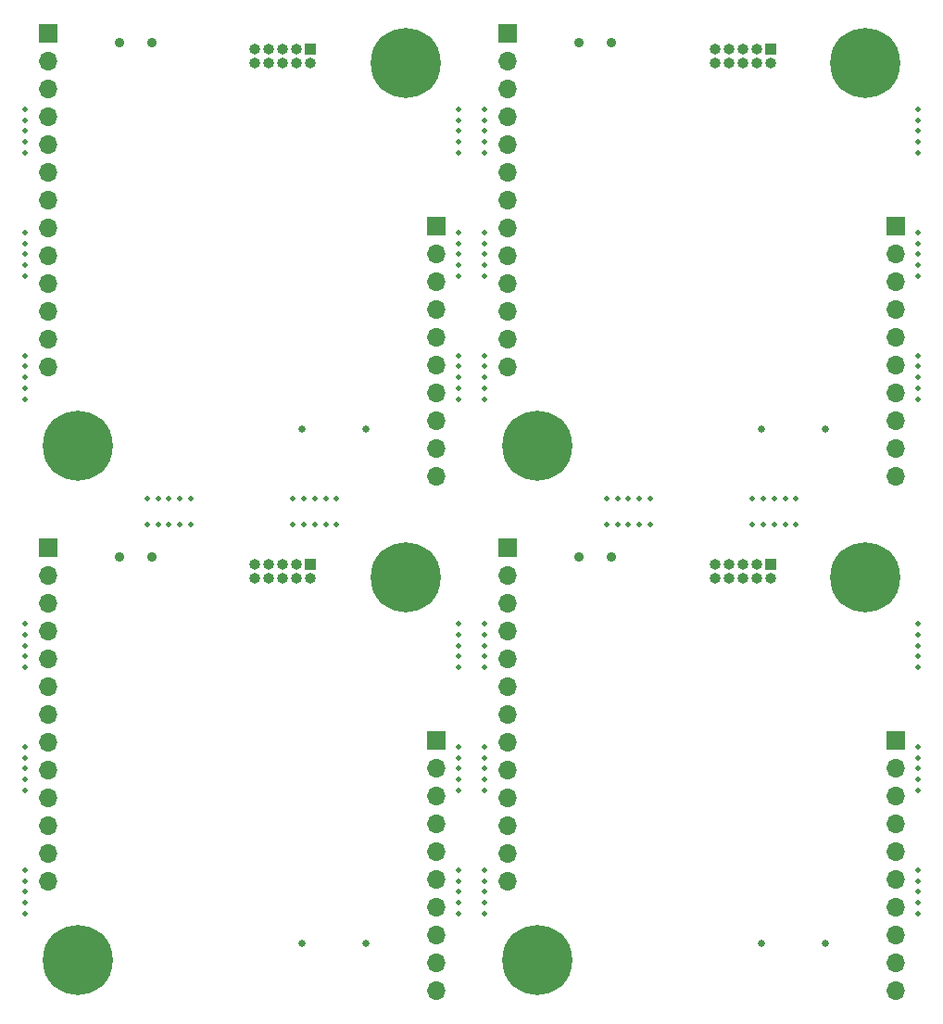
<source format=gbr>
%TF.GenerationSoftware,KiCad,Pcbnew,(6.0.11)*%
%TF.CreationDate,2023-02-14T10:47:05+13:00*%
%TF.ProjectId,stm32_panel,73746d33-325f-4706-916e-656c2e6b6963,rev?*%
%TF.SameCoordinates,Original*%
%TF.FileFunction,Soldermask,Bot*%
%TF.FilePolarity,Negative*%
%FSLAX46Y46*%
G04 Gerber Fmt 4.6, Leading zero omitted, Abs format (unit mm)*
G04 Created by KiCad (PCBNEW (6.0.11)) date 2023-02-14 10:47:05*
%MOMM*%
%LPD*%
G01*
G04 APERTURE LIST*
%ADD10C,0.500000*%
%ADD11R,1.700000X1.700000*%
%ADD12O,1.700000X1.700000*%
%ADD13R,1.000000X1.000000*%
%ADD14O,1.000000X1.000000*%
%ADD15C,0.800000*%
%ADD16C,6.400000*%
%ADD17C,0.900000*%
%ADD18C,0.650000*%
G04 APERTURE END LIST*
D10*
%TO.C,REF\u002A\u002A*%
X63800000Y-72250000D03*
%TD*%
%TO.C,REF\u002A\u002A*%
X24200000Y-82500000D03*
%TD*%
%TO.C,REF\u002A\u002A*%
X24200000Y-74250000D03*
%TD*%
%TO.C,REF\u002A\u002A*%
X105800000Y-96750000D03*
%TD*%
%TO.C,REF\u002A\u002A*%
X77333333Y-59800000D03*
%TD*%
%TO.C,REF\u002A\u002A*%
X63800000Y-35500000D03*
%TD*%
D11*
%TO.C,J503*%
X103740000Y-34890000D03*
D12*
X103740000Y-37430000D03*
X103740000Y-39970000D03*
X103740000Y-42510000D03*
X103740000Y-45050000D03*
X103740000Y-47590000D03*
X103740000Y-50130000D03*
X103740000Y-52670000D03*
X103740000Y-55210000D03*
X103740000Y-57750000D03*
%TD*%
D10*
%TO.C,REF\u002A\u002A*%
X66200000Y-46750000D03*
%TD*%
%TO.C,REF\u002A\u002A*%
X66200000Y-71250000D03*
%TD*%
%TO.C,REF\u002A\u002A*%
X24200000Y-71250000D03*
%TD*%
%TO.C,REF\u002A\u002A*%
X105800000Y-24250000D03*
%TD*%
%TO.C,REF\u002A\u002A*%
X105800000Y-26250000D03*
%TD*%
%TO.C,REF\u002A\u002A*%
X66200000Y-97750000D03*
%TD*%
%TO.C,REF\u002A\u002A*%
X81333333Y-62200000D03*
%TD*%
%TO.C,REF\u002A\u002A*%
X66200000Y-25250000D03*
%TD*%
%TO.C,REF\u002A\u002A*%
X37333334Y-62200000D03*
%TD*%
%TO.C,REF\u002A\u002A*%
X66200000Y-95750000D03*
%TD*%
%TO.C,REF\u002A\u002A*%
X66200000Y-26250000D03*
%TD*%
%TO.C,REF\u002A\u002A*%
X35333334Y-59800000D03*
%TD*%
%TO.C,REF\u002A\u002A*%
X24200000Y-50750000D03*
%TD*%
%TO.C,REF\u002A\u002A*%
X66200000Y-86500000D03*
%TD*%
%TO.C,REF\u002A\u002A*%
X92666666Y-62200000D03*
%TD*%
%TO.C,REF\u002A\u002A*%
X92666666Y-59800000D03*
%TD*%
%TO.C,REF\u002A\u002A*%
X63800000Y-24250000D03*
%TD*%
%TO.C,REF\u002A\u002A*%
X24200000Y-46750000D03*
%TD*%
%TO.C,REF\u002A\u002A*%
X79333333Y-59800000D03*
%TD*%
%TO.C,REF\u002A\u002A*%
X63800000Y-50750000D03*
%TD*%
%TO.C,REF\u002A\u002A*%
X24200000Y-28250000D03*
%TD*%
%TO.C,REF\u002A\u002A*%
X51666666Y-62200000D03*
%TD*%
%TO.C,REF\u002A\u002A*%
X63800000Y-46750000D03*
%TD*%
%TO.C,REF\u002A\u002A*%
X66200000Y-75250000D03*
%TD*%
D13*
%TO.C,J301*%
X92300000Y-65800000D03*
D14*
X92300000Y-67070000D03*
X91030000Y-65800000D03*
X91030000Y-67070000D03*
X89760000Y-65800000D03*
X89760000Y-67070000D03*
X88490000Y-65800000D03*
X88490000Y-67070000D03*
X87220000Y-65800000D03*
X87220000Y-67070000D03*
%TD*%
D10*
%TO.C,REF\u002A\u002A*%
X24200000Y-38500000D03*
%TD*%
%TO.C,REF\u002A\u002A*%
X63800000Y-94750000D03*
%TD*%
%TO.C,REF\u002A\u002A*%
X105800000Y-86500000D03*
%TD*%
%TO.C,REF\u002A\u002A*%
X24200000Y-84500000D03*
%TD*%
D15*
%TO.C,H502*%
X31400000Y-102000000D03*
X30697056Y-100302944D03*
X27302944Y-100302944D03*
X30697056Y-103697056D03*
X27302944Y-103697056D03*
X29000000Y-99600000D03*
D16*
X29000000Y-102000000D03*
D15*
X26600000Y-102000000D03*
X29000000Y-104400000D03*
%TD*%
D10*
%TO.C,REF\u002A\u002A*%
X36333334Y-62200000D03*
%TD*%
%TO.C,REF\u002A\u002A*%
X24200000Y-93750000D03*
%TD*%
D11*
%TO.C,J505*%
X26300000Y-64300000D03*
D12*
X26300000Y-66840000D03*
X26300000Y-69380000D03*
X26300000Y-71920000D03*
X26300000Y-74460000D03*
X26300000Y-77000000D03*
X26300000Y-79540000D03*
X26300000Y-82080000D03*
X26300000Y-84620000D03*
X26300000Y-87160000D03*
X26300000Y-89700000D03*
X26300000Y-92240000D03*
X26300000Y-94780000D03*
%TD*%
D10*
%TO.C,REF\u002A\u002A*%
X63800000Y-47750000D03*
%TD*%
%TO.C,REF\u002A\u002A*%
X105800000Y-39500000D03*
%TD*%
%TO.C,REF\u002A\u002A*%
X24200000Y-27250000D03*
%TD*%
%TO.C,REF\u002A\u002A*%
X63800000Y-27250000D03*
%TD*%
%TO.C,REF\u002A\u002A*%
X63800000Y-83500000D03*
%TD*%
%TO.C,REF\u002A\u002A*%
X105800000Y-93750000D03*
%TD*%
%TO.C,REF\u002A\u002A*%
X39333334Y-59800000D03*
%TD*%
%TO.C,REF\u002A\u002A*%
X105800000Y-82500000D03*
%TD*%
%TO.C,REF\u002A\u002A*%
X63800000Y-85500000D03*
%TD*%
%TO.C,REF\u002A\u002A*%
X66200000Y-39500000D03*
%TD*%
%TO.C,REF\u002A\u002A*%
X91666666Y-62200000D03*
%TD*%
%TO.C,REF\u002A\u002A*%
X24200000Y-48750000D03*
%TD*%
%TO.C,REF\u002A\u002A*%
X63800000Y-97750000D03*
%TD*%
%TO.C,REF\u002A\u002A*%
X24200000Y-95750000D03*
%TD*%
D17*
%TO.C,SW301*%
X77800000Y-18145000D03*
X74800000Y-18145000D03*
%TD*%
D11*
%TO.C,J505*%
X68300000Y-64300000D03*
D12*
X68300000Y-66840000D03*
X68300000Y-69380000D03*
X68300000Y-71920000D03*
X68300000Y-74460000D03*
X68300000Y-77000000D03*
X68300000Y-79540000D03*
X68300000Y-82080000D03*
X68300000Y-84620000D03*
X68300000Y-87160000D03*
X68300000Y-89700000D03*
X68300000Y-92240000D03*
X68300000Y-94780000D03*
%TD*%
D10*
%TO.C,REF\u002A\u002A*%
X79333333Y-62200000D03*
%TD*%
%TO.C,REF\u002A\u002A*%
X66200000Y-28250000D03*
%TD*%
%TO.C,REF\u002A\u002A*%
X50666666Y-59800000D03*
%TD*%
%TO.C,REF\u002A\u002A*%
X105800000Y-85500000D03*
%TD*%
%TO.C,REF\u002A\u002A*%
X66200000Y-35500000D03*
%TD*%
%TO.C,REF\u002A\u002A*%
X105800000Y-25250000D03*
%TD*%
%TO.C,REF\u002A\u002A*%
X105800000Y-48750000D03*
%TD*%
%TO.C,REF\u002A\u002A*%
X66200000Y-48750000D03*
%TD*%
%TO.C,REF\u002A\u002A*%
X78333333Y-62200000D03*
%TD*%
D15*
%TO.C,H501*%
X59000000Y-22400000D03*
X61400000Y-20000000D03*
X60697056Y-21697056D03*
X56600000Y-20000000D03*
X57302944Y-18302944D03*
D16*
X59000000Y-20000000D03*
D15*
X57302944Y-21697056D03*
X60697056Y-18302944D03*
X59000000Y-17600000D03*
%TD*%
D10*
%TO.C,REF\u002A\u002A*%
X66200000Y-27250000D03*
%TD*%
%TO.C,REF\u002A\u002A*%
X39333334Y-62200000D03*
%TD*%
%TO.C,REF\u002A\u002A*%
X52666666Y-59800000D03*
%TD*%
%TO.C,REF\u002A\u002A*%
X78333333Y-59800000D03*
%TD*%
%TO.C,REF\u002A\u002A*%
X105800000Y-46750000D03*
%TD*%
%TO.C,REF\u002A\u002A*%
X36333334Y-59800000D03*
%TD*%
%TO.C,REF\u002A\u002A*%
X24200000Y-37500000D03*
%TD*%
%TO.C,REF\u002A\u002A*%
X24200000Y-36500000D03*
%TD*%
%TO.C,REF\u002A\u002A*%
X63800000Y-71250000D03*
%TD*%
%TO.C,REF\u002A\u002A*%
X63800000Y-48750000D03*
%TD*%
%TO.C,REF\u002A\u002A*%
X63800000Y-95750000D03*
%TD*%
D18*
%TO.C,J302*%
X55315000Y-100470000D03*
X49535000Y-100470000D03*
%TD*%
D16*
%TO.C,H502*%
X29000000Y-55000000D03*
D15*
X30697056Y-53302944D03*
X26600000Y-55000000D03*
X29000000Y-52600000D03*
X27302944Y-56697056D03*
X30697056Y-56697056D03*
X29000000Y-57400000D03*
X31400000Y-55000000D03*
X27302944Y-53302944D03*
%TD*%
D10*
%TO.C,REF\u002A\u002A*%
X63800000Y-96750000D03*
%TD*%
%TO.C,REF\u002A\u002A*%
X37333334Y-59800000D03*
%TD*%
%TO.C,REF\u002A\u002A*%
X105800000Y-47750000D03*
%TD*%
D11*
%TO.C,J505*%
X26300000Y-17300000D03*
D12*
X26300000Y-19840000D03*
X26300000Y-22380000D03*
X26300000Y-24920000D03*
X26300000Y-27460000D03*
X26300000Y-30000000D03*
X26300000Y-32540000D03*
X26300000Y-35080000D03*
X26300000Y-37620000D03*
X26300000Y-40160000D03*
X26300000Y-42700000D03*
X26300000Y-45240000D03*
X26300000Y-47780000D03*
%TD*%
D10*
%TO.C,REF\u002A\u002A*%
X24200000Y-49750000D03*
%TD*%
%TO.C,REF\u002A\u002A*%
X63800000Y-36500000D03*
%TD*%
%TO.C,REF\u002A\u002A*%
X105800000Y-83500000D03*
%TD*%
%TO.C,REF\u002A\u002A*%
X66200000Y-47750000D03*
%TD*%
%TO.C,REF\u002A\u002A*%
X52666666Y-62200000D03*
%TD*%
%TO.C,REF\u002A\u002A*%
X48666666Y-59800000D03*
%TD*%
D11*
%TO.C,J503*%
X61740000Y-34890000D03*
D12*
X61740000Y-37430000D03*
X61740000Y-39970000D03*
X61740000Y-42510000D03*
X61740000Y-45050000D03*
X61740000Y-47590000D03*
X61740000Y-50130000D03*
X61740000Y-52670000D03*
X61740000Y-55210000D03*
X61740000Y-57750000D03*
%TD*%
D10*
%TO.C,REF\u002A\u002A*%
X63800000Y-37500000D03*
%TD*%
%TO.C,REF\u002A\u002A*%
X105800000Y-97750000D03*
%TD*%
%TO.C,REF\u002A\u002A*%
X63800000Y-38500000D03*
%TD*%
%TO.C,REF\u002A\u002A*%
X66200000Y-85500000D03*
%TD*%
D15*
%TO.C,H501*%
X57302944Y-68697056D03*
X60697056Y-68697056D03*
X59000000Y-69400000D03*
X57302944Y-65302944D03*
X60697056Y-65302944D03*
X61400000Y-67000000D03*
X59000000Y-64600000D03*
D16*
X59000000Y-67000000D03*
D15*
X56600000Y-67000000D03*
%TD*%
D10*
%TO.C,REF\u002A\u002A*%
X38333334Y-59800000D03*
%TD*%
%TO.C,REF\u002A\u002A*%
X63800000Y-73250000D03*
%TD*%
%TO.C,REF\u002A\u002A*%
X105800000Y-27250000D03*
%TD*%
D18*
%TO.C,J302*%
X97315000Y-100470000D03*
X91535000Y-100470000D03*
%TD*%
D10*
%TO.C,REF\u002A\u002A*%
X63800000Y-84500000D03*
%TD*%
D11*
%TO.C,J505*%
X68300000Y-17300000D03*
D12*
X68300000Y-19840000D03*
X68300000Y-22380000D03*
X68300000Y-24920000D03*
X68300000Y-27460000D03*
X68300000Y-30000000D03*
X68300000Y-32540000D03*
X68300000Y-35080000D03*
X68300000Y-37620000D03*
X68300000Y-40160000D03*
X68300000Y-42700000D03*
X68300000Y-45240000D03*
X68300000Y-47780000D03*
%TD*%
D10*
%TO.C,REF\u002A\u002A*%
X66200000Y-73250000D03*
%TD*%
%TO.C,REF\u002A\u002A*%
X63800000Y-26250000D03*
%TD*%
%TO.C,REF\u002A\u002A*%
X66200000Y-38500000D03*
%TD*%
%TO.C,REF\u002A\u002A*%
X48666666Y-62200000D03*
%TD*%
%TO.C,REF\u002A\u002A*%
X24200000Y-94750000D03*
%TD*%
%TO.C,REF\u002A\u002A*%
X66200000Y-82500000D03*
%TD*%
%TO.C,REF\u002A\u002A*%
X105800000Y-37500000D03*
%TD*%
%TO.C,REF\u002A\u002A*%
X24200000Y-24250000D03*
%TD*%
%TO.C,REF\u002A\u002A*%
X105800000Y-36500000D03*
%TD*%
%TO.C,REF\u002A\u002A*%
X35333334Y-62200000D03*
%TD*%
%TO.C,REF\u002A\u002A*%
X24200000Y-86500000D03*
%TD*%
%TO.C,REF\u002A\u002A*%
X24200000Y-35500000D03*
%TD*%
%TO.C,REF\u002A\u002A*%
X24200000Y-25250000D03*
%TD*%
%TO.C,REF\u002A\u002A*%
X63800000Y-74250000D03*
%TD*%
%TO.C,REF\u002A\u002A*%
X105800000Y-84500000D03*
%TD*%
%TO.C,REF\u002A\u002A*%
X38333334Y-62200000D03*
%TD*%
D13*
%TO.C,J301*%
X50300000Y-65800000D03*
D14*
X50300000Y-67070000D03*
X49030000Y-65800000D03*
X49030000Y-67070000D03*
X47760000Y-65800000D03*
X47760000Y-67070000D03*
X46490000Y-65800000D03*
X46490000Y-67070000D03*
X45220000Y-65800000D03*
X45220000Y-67070000D03*
%TD*%
D10*
%TO.C,REF\u002A\u002A*%
X93666666Y-62200000D03*
%TD*%
%TO.C,REF\u002A\u002A*%
X24200000Y-96750000D03*
%TD*%
%TO.C,REF\u002A\u002A*%
X105800000Y-73250000D03*
%TD*%
%TO.C,REF\u002A\u002A*%
X90666666Y-59800000D03*
%TD*%
%TO.C,REF\u002A\u002A*%
X63800000Y-25250000D03*
%TD*%
%TO.C,REF\u002A\u002A*%
X66200000Y-84500000D03*
%TD*%
%TO.C,REF\u002A\u002A*%
X63800000Y-39500000D03*
%TD*%
D17*
%TO.C,SW301*%
X35800000Y-65145000D03*
X32800000Y-65145000D03*
%TD*%
D11*
%TO.C,J503*%
X61740000Y-81890000D03*
D12*
X61740000Y-84430000D03*
X61740000Y-86970000D03*
X61740000Y-89510000D03*
X61740000Y-92050000D03*
X61740000Y-94590000D03*
X61740000Y-97130000D03*
X61740000Y-99670000D03*
X61740000Y-102210000D03*
X61740000Y-104750000D03*
%TD*%
D10*
%TO.C,REF\u002A\u002A*%
X80333333Y-59800000D03*
%TD*%
%TO.C,REF\u002A\u002A*%
X90666666Y-62200000D03*
%TD*%
%TO.C,REF\u002A\u002A*%
X24200000Y-47750000D03*
%TD*%
%TO.C,REF\u002A\u002A*%
X105800000Y-72250000D03*
%TD*%
%TO.C,REF\u002A\u002A*%
X63800000Y-75250000D03*
%TD*%
%TO.C,REF\u002A\u002A*%
X105800000Y-35500000D03*
%TD*%
%TO.C,REF\u002A\u002A*%
X49666666Y-59800000D03*
%TD*%
%TO.C,REF\u002A\u002A*%
X105800000Y-74250000D03*
%TD*%
D18*
%TO.C,J302*%
X55315000Y-53470000D03*
X49535000Y-53470000D03*
%TD*%
D10*
%TO.C,REF\u002A\u002A*%
X24200000Y-73250000D03*
%TD*%
%TO.C,REF\u002A\u002A*%
X80333333Y-62200000D03*
%TD*%
%TO.C,REF\u002A\u002A*%
X93666666Y-59800000D03*
%TD*%
%TO.C,REF\u002A\u002A*%
X66200000Y-96750000D03*
%TD*%
%TO.C,REF\u002A\u002A*%
X63800000Y-28250000D03*
%TD*%
%TO.C,REF\u002A\u002A*%
X105800000Y-95750000D03*
%TD*%
%TO.C,REF\u002A\u002A*%
X105800000Y-49750000D03*
%TD*%
%TO.C,REF\u002A\u002A*%
X81333333Y-59800000D03*
%TD*%
D15*
%TO.C,H501*%
X102697056Y-18302944D03*
D16*
X101000000Y-20000000D03*
D15*
X99302944Y-18302944D03*
X101000000Y-17600000D03*
X101000000Y-22400000D03*
X99302944Y-21697056D03*
X103400000Y-20000000D03*
X102697056Y-21697056D03*
X98600000Y-20000000D03*
%TD*%
%TO.C,H502*%
X69302944Y-100302944D03*
X71000000Y-99600000D03*
D16*
X71000000Y-102000000D03*
D15*
X72697056Y-103697056D03*
X72697056Y-100302944D03*
X68600000Y-102000000D03*
X73400000Y-102000000D03*
X71000000Y-104400000D03*
X69302944Y-103697056D03*
%TD*%
D10*
%TO.C,REF\u002A\u002A*%
X105800000Y-94750000D03*
%TD*%
%TO.C,REF\u002A\u002A*%
X66200000Y-50750000D03*
%TD*%
%TO.C,REF\u002A\u002A*%
X24200000Y-83500000D03*
%TD*%
%TO.C,REF\u002A\u002A*%
X66200000Y-83500000D03*
%TD*%
%TO.C,REF\u002A\u002A*%
X63800000Y-82500000D03*
%TD*%
%TO.C,REF\u002A\u002A*%
X91666666Y-59800000D03*
%TD*%
%TO.C,REF\u002A\u002A*%
X24200000Y-39500000D03*
%TD*%
D17*
%TO.C,SW301*%
X32800000Y-18145000D03*
X35800000Y-18145000D03*
%TD*%
D13*
%TO.C,J301*%
X50300000Y-18800000D03*
D14*
X50300000Y-20070000D03*
X49030000Y-18800000D03*
X49030000Y-20070000D03*
X47760000Y-18800000D03*
X47760000Y-20070000D03*
X46490000Y-18800000D03*
X46490000Y-20070000D03*
X45220000Y-18800000D03*
X45220000Y-20070000D03*
%TD*%
D10*
%TO.C,REF\u002A\u002A*%
X24200000Y-26250000D03*
%TD*%
D15*
%TO.C,H502*%
X71000000Y-57400000D03*
X69302944Y-53302944D03*
D16*
X71000000Y-55000000D03*
D15*
X73400000Y-55000000D03*
X71000000Y-52600000D03*
X69302944Y-56697056D03*
X68600000Y-55000000D03*
X72697056Y-53302944D03*
X72697056Y-56697056D03*
%TD*%
D10*
%TO.C,REF\u002A\u002A*%
X105800000Y-50750000D03*
%TD*%
%TO.C,REF\u002A\u002A*%
X66200000Y-93750000D03*
%TD*%
%TO.C,REF\u002A\u002A*%
X24200000Y-72250000D03*
%TD*%
%TO.C,REF\u002A\u002A*%
X66200000Y-74250000D03*
%TD*%
%TO.C,REF\u002A\u002A*%
X94666666Y-62200000D03*
%TD*%
%TO.C,REF\u002A\u002A*%
X105800000Y-38500000D03*
%TD*%
%TO.C,REF\u002A\u002A*%
X105800000Y-75250000D03*
%TD*%
%TO.C,REF\u002A\u002A*%
X66200000Y-36500000D03*
%TD*%
%TO.C,REF\u002A\u002A*%
X50666666Y-62200000D03*
%TD*%
%TO.C,REF\u002A\u002A*%
X66200000Y-49750000D03*
%TD*%
%TO.C,REF\u002A\u002A*%
X66200000Y-24250000D03*
%TD*%
%TO.C,REF\u002A\u002A*%
X24200000Y-85500000D03*
%TD*%
%TO.C,REF\u002A\u002A*%
X77333333Y-62200000D03*
%TD*%
D11*
%TO.C,J503*%
X103740000Y-81890000D03*
D12*
X103740000Y-84430000D03*
X103740000Y-86970000D03*
X103740000Y-89510000D03*
X103740000Y-92050000D03*
X103740000Y-94590000D03*
X103740000Y-97130000D03*
X103740000Y-99670000D03*
X103740000Y-102210000D03*
X103740000Y-104750000D03*
%TD*%
D10*
%TO.C,REF\u002A\u002A*%
X66200000Y-72250000D03*
%TD*%
%TO.C,REF\u002A\u002A*%
X63800000Y-93750000D03*
%TD*%
%TO.C,REF\u002A\u002A*%
X63800000Y-86500000D03*
%TD*%
%TO.C,REF\u002A\u002A*%
X24200000Y-75250000D03*
%TD*%
D15*
%TO.C,H501*%
X101000000Y-64600000D03*
X99302944Y-65302944D03*
X101000000Y-69400000D03*
X99302944Y-68697056D03*
X98600000Y-67000000D03*
X102697056Y-68697056D03*
X103400000Y-67000000D03*
D16*
X101000000Y-67000000D03*
D15*
X102697056Y-65302944D03*
%TD*%
D18*
%TO.C,J302*%
X97315000Y-53470000D03*
X91535000Y-53470000D03*
%TD*%
D17*
%TO.C,SW301*%
X77800000Y-65145000D03*
X74800000Y-65145000D03*
%TD*%
D10*
%TO.C,REF\u002A\u002A*%
X49666666Y-62200000D03*
%TD*%
%TO.C,REF\u002A\u002A*%
X24200000Y-97750000D03*
%TD*%
D13*
%TO.C,J301*%
X92300000Y-18800000D03*
D14*
X92300000Y-20070000D03*
X91030000Y-18800000D03*
X91030000Y-20070000D03*
X89760000Y-18800000D03*
X89760000Y-20070000D03*
X88490000Y-18800000D03*
X88490000Y-20070000D03*
X87220000Y-18800000D03*
X87220000Y-20070000D03*
%TD*%
D10*
%TO.C,REF\u002A\u002A*%
X94666666Y-59800000D03*
%TD*%
%TO.C,REF\u002A\u002A*%
X66200000Y-37500000D03*
%TD*%
%TO.C,REF\u002A\u002A*%
X63800000Y-49750000D03*
%TD*%
%TO.C,REF\u002A\u002A*%
X66200000Y-94750000D03*
%TD*%
%TO.C,REF\u002A\u002A*%
X105800000Y-28250000D03*
%TD*%
%TO.C,REF\u002A\u002A*%
X51666666Y-59800000D03*
%TD*%
%TO.C,REF\u002A\u002A*%
X105800000Y-71250000D03*
%TD*%
M02*

</source>
